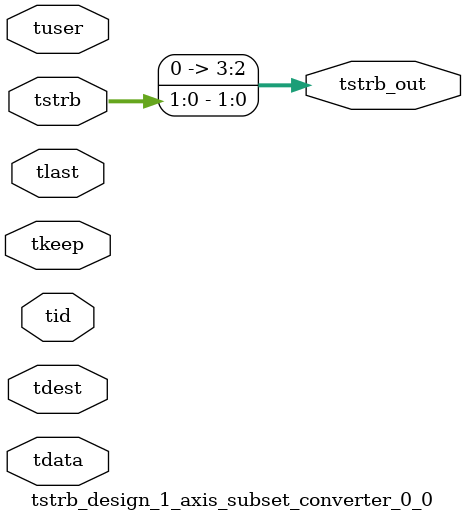
<source format=v>


`timescale 1ps/1ps

module tstrb_design_1_axis_subset_converter_0_0 #
(
parameter C_S_AXIS_TDATA_WIDTH = 32,
parameter C_S_AXIS_TUSER_WIDTH = 0,
parameter C_S_AXIS_TID_WIDTH   = 0,
parameter C_S_AXIS_TDEST_WIDTH = 0,
parameter C_M_AXIS_TDATA_WIDTH = 32
)
(
input  [(C_S_AXIS_TDATA_WIDTH == 0 ? 1 : C_S_AXIS_TDATA_WIDTH)-1:0     ] tdata,
input  [(C_S_AXIS_TUSER_WIDTH == 0 ? 1 : C_S_AXIS_TUSER_WIDTH)-1:0     ] tuser,
input  [(C_S_AXIS_TID_WIDTH   == 0 ? 1 : C_S_AXIS_TID_WIDTH)-1:0       ] tid,
input  [(C_S_AXIS_TDEST_WIDTH == 0 ? 1 : C_S_AXIS_TDEST_WIDTH)-1:0     ] tdest,
input  [(C_S_AXIS_TDATA_WIDTH/8)-1:0 ] tkeep,
input  [(C_S_AXIS_TDATA_WIDTH/8)-1:0 ] tstrb,
input                                                                    tlast,
output [(C_M_AXIS_TDATA_WIDTH/8)-1:0 ] tstrb_out
);

assign tstrb_out = {tstrb[1:0]};

endmodule


</source>
